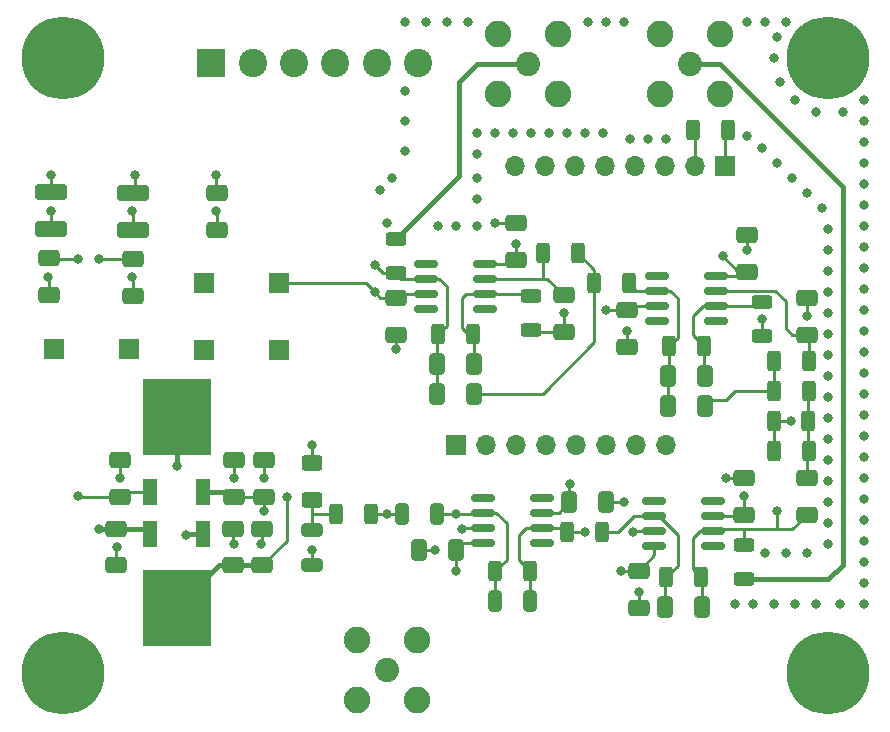
<source format=gbr>
%TF.GenerationSoftware,KiCad,Pcbnew,(6.0.1)*%
%TF.CreationDate,2022-07-28T11:00:42-05:00*%
%TF.ProjectId,proton_detector_amplifier,70726f74-6f6e-45f6-9465-746563746f72,rev?*%
%TF.SameCoordinates,Original*%
%TF.FileFunction,Copper,L1,Top*%
%TF.FilePolarity,Positive*%
%FSLAX46Y46*%
G04 Gerber Fmt 4.6, Leading zero omitted, Abs format (unit mm)*
G04 Created by KiCad (PCBNEW (6.0.1)) date 2022-07-28 11:00:42*
%MOMM*%
%LPD*%
G01*
G04 APERTURE LIST*
G04 Aperture macros list*
%AMRoundRect*
0 Rectangle with rounded corners*
0 $1 Rounding radius*
0 $2 $3 $4 $5 $6 $7 $8 $9 X,Y pos of 4 corners*
0 Add a 4 corners polygon primitive as box body*
4,1,4,$2,$3,$4,$5,$6,$7,$8,$9,$2,$3,0*
0 Add four circle primitives for the rounded corners*
1,1,$1+$1,$2,$3*
1,1,$1+$1,$4,$5*
1,1,$1+$1,$6,$7*
1,1,$1+$1,$8,$9*
0 Add four rect primitives between the rounded corners*
20,1,$1+$1,$2,$3,$4,$5,0*
20,1,$1+$1,$4,$5,$6,$7,0*
20,1,$1+$1,$6,$7,$8,$9,0*
20,1,$1+$1,$8,$9,$2,$3,0*%
G04 Aperture macros list end*
%TA.AperFunction,SMDPad,CuDef*%
%ADD10RoundRect,0.250000X-0.412500X-0.650000X0.412500X-0.650000X0.412500X0.650000X-0.412500X0.650000X0*%
%TD*%
%TA.AperFunction,SMDPad,CuDef*%
%ADD11RoundRect,0.250000X-0.312500X-0.625000X0.312500X-0.625000X0.312500X0.625000X-0.312500X0.625000X0*%
%TD*%
%TA.AperFunction,SMDPad,CuDef*%
%ADD12RoundRect,0.250000X-0.650000X0.412500X-0.650000X-0.412500X0.650000X-0.412500X0.650000X0.412500X0*%
%TD*%
%TA.AperFunction,SMDPad,CuDef*%
%ADD13RoundRect,0.150000X-0.825000X-0.150000X0.825000X-0.150000X0.825000X0.150000X-0.825000X0.150000X0*%
%TD*%
%TA.AperFunction,SMDPad,CuDef*%
%ADD14RoundRect,0.250000X0.625000X-0.312500X0.625000X0.312500X-0.625000X0.312500X-0.625000X-0.312500X0*%
%TD*%
%TA.AperFunction,SMDPad,CuDef*%
%ADD15R,1.200000X2.200000*%
%TD*%
%TA.AperFunction,SMDPad,CuDef*%
%ADD16R,5.800000X6.400000*%
%TD*%
%TA.AperFunction,SMDPad,CuDef*%
%ADD17RoundRect,0.250000X0.312500X0.625000X-0.312500X0.625000X-0.312500X-0.625000X0.312500X-0.625000X0*%
%TD*%
%TA.AperFunction,SMDPad,CuDef*%
%ADD18RoundRect,0.250000X0.650000X-0.412500X0.650000X0.412500X-0.650000X0.412500X-0.650000X-0.412500X0*%
%TD*%
%TA.AperFunction,ComponentPad*%
%ADD19C,0.800000*%
%TD*%
%TA.AperFunction,ComponentPad*%
%ADD20C,7.000000*%
%TD*%
%TA.AperFunction,ComponentPad*%
%ADD21R,1.700000X1.700000*%
%TD*%
%TA.AperFunction,ComponentPad*%
%ADD22C,2.050000*%
%TD*%
%TA.AperFunction,ComponentPad*%
%ADD23C,2.250000*%
%TD*%
%TA.AperFunction,SMDPad,CuDef*%
%ADD24RoundRect,0.150000X0.825000X0.150000X-0.825000X0.150000X-0.825000X-0.150000X0.825000X-0.150000X0*%
%TD*%
%TA.AperFunction,SMDPad,CuDef*%
%ADD25RoundRect,0.250000X-0.325000X-0.650000X0.325000X-0.650000X0.325000X0.650000X-0.325000X0.650000X0*%
%TD*%
%TA.AperFunction,SMDPad,CuDef*%
%ADD26RoundRect,0.250000X0.625000X-0.400000X0.625000X0.400000X-0.625000X0.400000X-0.625000X-0.400000X0*%
%TD*%
%TA.AperFunction,SMDPad,CuDef*%
%ADD27RoundRect,0.250000X-1.100000X0.412500X-1.100000X-0.412500X1.100000X-0.412500X1.100000X0.412500X0*%
%TD*%
%TA.AperFunction,ComponentPad*%
%ADD28R,2.400000X2.400000*%
%TD*%
%TA.AperFunction,ComponentPad*%
%ADD29C,2.400000*%
%TD*%
%TA.AperFunction,ComponentPad*%
%ADD30O,1.700000X1.700000*%
%TD*%
%TA.AperFunction,SMDPad,CuDef*%
%ADD31RoundRect,0.250000X0.412500X0.650000X-0.412500X0.650000X-0.412500X-0.650000X0.412500X-0.650000X0*%
%TD*%
%TA.AperFunction,SMDPad,CuDef*%
%ADD32RoundRect,0.250000X0.650000X-0.325000X0.650000X0.325000X-0.650000X0.325000X-0.650000X-0.325000X0*%
%TD*%
%TA.AperFunction,SMDPad,CuDef*%
%ADD33RoundRect,0.250000X-0.625000X0.312500X-0.625000X-0.312500X0.625000X-0.312500X0.625000X0.312500X0*%
%TD*%
%TA.AperFunction,ViaPad*%
%ADD34C,0.800000*%
%TD*%
%TA.AperFunction,Conductor*%
%ADD35C,0.250000*%
%TD*%
%TA.AperFunction,Conductor*%
%ADD36C,0.410000*%
%TD*%
G04 APERTURE END LIST*
D10*
%TO.P,C26,1*%
%TO.N,Net-(C26-Pad1)*%
X62953500Y-66548000D03*
%TO.P,C26,2*%
%TO.N,Net-(C26-Pad2)*%
X66078500Y-66548000D03*
%TD*%
D11*
%TO.P,R6,1*%
%TO.N,Net-(C21-Pad2)*%
X91501500Y-63754000D03*
%TO.P,R6,2*%
%TO.N,Net-(C18-Pad2)*%
X94426500Y-63754000D03*
%TD*%
D10*
%TO.P,C21,1*%
%TO.N,Net-(C21-Pad1)*%
X82511500Y-67564000D03*
%TO.P,C21,2*%
%TO.N,Net-(C21-Pad2)*%
X85636500Y-67564000D03*
%TD*%
D12*
%TO.P,C20,1*%
%TO.N,Earth*%
X89154000Y-53047500D03*
%TO.P,C20,2*%
%TO.N,-5VA*%
X89154000Y-56172500D03*
%TD*%
D13*
%TO.P,IC2,1,NC_1*%
%TO.N,unconnected-(IC2-Pad1)*%
X66867000Y-75311000D03*
%TO.P,IC2,2,VIN-*%
%TO.N,Net-(C14-Pad2)*%
X66867000Y-76581000D03*
%TO.P,IC2,3,VIN+*%
%TO.N,Earth*%
X66867000Y-77851000D03*
%TO.P,IC2,4,-VS*%
%TO.N,-5VA*%
X66867000Y-79121000D03*
%TO.P,IC2,5,NC_2*%
%TO.N,unconnected-(IC2-Pad5)*%
X71817000Y-79121000D03*
%TO.P,IC2,6,VOUT*%
%TO.N,Net-(C17-Pad2)*%
X71817000Y-77851000D03*
%TO.P,IC2,7,+VS*%
%TO.N,+5VA*%
X71817000Y-76581000D03*
%TO.P,IC2,8,NC_3*%
%TO.N,unconnected-(IC2-Pad8)*%
X71817000Y-75311000D03*
%TD*%
D14*
%TO.P,R16,1*%
%TO.N,Earth*%
X70866000Y-61152500D03*
%TO.P,R16,2*%
%TO.N,Net-(C30-Pad2)*%
X70866000Y-58227500D03*
%TD*%
D15*
%TO.P,U1,1,GND*%
%TO.N,Earth*%
X43174000Y-78350000D03*
D16*
%TO.P,U1,2,VI*%
%TO.N,-5VA*%
X40894000Y-84650000D03*
D15*
%TO.P,U1,3,VO*%
%TO.N,-5V*%
X38614000Y-78350000D03*
%TD*%
D17*
%TO.P,R13,1*%
%TO.N,Net-(C26-Pad2)*%
X74868500Y-54610000D03*
%TO.P,R13,2*%
%TO.N,Net-(C23-Pad2)*%
X71943500Y-54610000D03*
%TD*%
D18*
%TO.P,C10,1*%
%TO.N,-5VA*%
X48129000Y-81049500D03*
%TO.P,C10,2*%
%TO.N,Earth*%
X48129000Y-77924500D03*
%TD*%
D14*
%TO.P,R15,1*%
%TO.N,Net-(C26-Pad1)*%
X59436000Y-56326500D03*
%TO.P,R15,2*%
%TO.N,Net-(J6-Pad1)*%
X59436000Y-53401500D03*
%TD*%
D19*
%TO.P,H2,1*%
%TO.N,N/C*%
X33867000Y-38100000D03*
X31242000Y-35475000D03*
D20*
X31242000Y-38100000D03*
D19*
X29385845Y-36243845D03*
X33098155Y-36243845D03*
X33098155Y-39956155D03*
X29385845Y-39956155D03*
X31242000Y-40725000D03*
X28617000Y-38100000D03*
%TD*%
D17*
%TO.P,R4,1*%
%TO.N,Net-(C13-Pad1)*%
X94426500Y-66294000D03*
%TO.P,R4,2*%
%TO.N,Net-(C21-Pad2)*%
X91501500Y-66294000D03*
%TD*%
D14*
%TO.P,R9,1*%
%TO.N,Earth*%
X90424000Y-61660500D03*
%TO.P,R9,2*%
%TO.N,Net-(C28-Pad2)*%
X90424000Y-58735500D03*
%TD*%
D21*
%TO.P,+9V,1,1*%
%TO.N,+5V*%
X30480000Y-62738000D03*
%TD*%
D22*
%TO.P,J2,1,In*%
%TO.N,Net-(C14-Pad1)*%
X58674000Y-89916000D03*
D23*
%TO.P,J2,2,Ext*%
%TO.N,Earth*%
X61214000Y-87376000D03*
X56134000Y-87376000D03*
X61214000Y-92456000D03*
X56134000Y-92456000D03*
%TD*%
D21*
%TO.P,-60V,1,1*%
%TO.N,-VDC*%
X43180000Y-62786000D03*
%TD*%
D12*
%TO.P,C27,1*%
%TO.N,Earth*%
X69596000Y-52031500D03*
%TO.P,C27,2*%
%TO.N,-5VA*%
X69596000Y-55156500D03*
%TD*%
D13*
%TO.P,IC4,1,NC_1*%
%TO.N,unconnected-(IC4-Pad1)*%
X81345000Y-75565000D03*
%TO.P,IC4,2,VIN-*%
%TO.N,Net-(C29-Pad2)*%
X81345000Y-76835000D03*
%TO.P,IC4,3,VIN+*%
%TO.N,Earth*%
X81345000Y-78105000D03*
%TO.P,IC4,4,-VS*%
%TO.N,-5VA*%
X81345000Y-79375000D03*
%TO.P,IC4,5,NC_2*%
%TO.N,unconnected-(IC4-Pad5)*%
X86295000Y-79375000D03*
%TO.P,IC4,6,VOUT*%
%TO.N,Net-(C13-Pad2)*%
X86295000Y-78105000D03*
%TO.P,IC4,7,+VS*%
%TO.N,+5VA*%
X86295000Y-76835000D03*
%TO.P,IC4,8,NC_3*%
%TO.N,unconnected-(IC4-Pad8)*%
X86295000Y-75565000D03*
%TD*%
D17*
%TO.P,R7,1*%
%TO.N,Net-(C13-Pad2)*%
X87568500Y-44196000D03*
%TO.P,R7,2*%
%TO.N,Net-(J4-Pad2)*%
X84643500Y-44196000D03*
%TD*%
D21*
%TO.P,-5VA,1,1*%
%TO.N,-5VA*%
X43180000Y-57150000D03*
%TD*%
D19*
%TO.P,H4,1*%
%TO.N,N/C*%
X93387000Y-90170000D03*
X97868155Y-92026155D03*
X96012000Y-87545000D03*
X94155845Y-88313845D03*
D20*
X96012000Y-90170000D03*
D19*
X98637000Y-90170000D03*
X94155845Y-92026155D03*
X96012000Y-92795000D03*
X97868155Y-88313845D03*
%TD*%
D11*
%TO.P,R-P/Z1,1*%
%TO.N,Earth*%
X91501500Y-71374000D03*
%TO.P,R-P/Z1,2*%
%TO.N,Net-(C13-Pad1)*%
X94426500Y-71374000D03*
%TD*%
D15*
%TO.P,U2,1,VI*%
%TO.N,+5V*%
X38615000Y-74812000D03*
D16*
%TO.P,U2,2,GND*%
%TO.N,Earth*%
X40895000Y-68512000D03*
D15*
%TO.P,U2,3,VO*%
%TO.N,+5VA*%
X43175000Y-74812000D03*
%TD*%
D12*
%TO.P,C18,1*%
%TO.N,Earth*%
X94234000Y-58381500D03*
%TO.P,C18,2*%
%TO.N,Net-(C18-Pad2)*%
X94234000Y-61506500D03*
%TD*%
D21*
%TO.P,-9V,1,1*%
%TO.N,-5V*%
X36830000Y-62738000D03*
%TD*%
D18*
%TO.P,C11,1*%
%TO.N,+5VA*%
X48260000Y-75270500D03*
%TO.P,C11,2*%
%TO.N,Earth*%
X48260000Y-72145500D03*
%TD*%
D11*
%TO.P,R8,1*%
%TO.N,Net-(C17-Pad2)*%
X73975500Y-78232000D03*
%TO.P,R8,2*%
%TO.N,Net-(C29-Pad2)*%
X76900500Y-78232000D03*
%TD*%
D24*
%TO.P,IC3,1,NC_1*%
%TO.N,unconnected-(IC3-Pad1)*%
X86549000Y-60325000D03*
%TO.P,IC3,2,VIN-*%
%TO.N,Net-(C28-Pad2)*%
X86549000Y-59055000D03*
%TO.P,IC3,3,VIN+*%
%TO.N,Net-(C18-Pad2)*%
X86549000Y-57785000D03*
%TO.P,IC3,4,-VS*%
%TO.N,-5VA*%
X86549000Y-56515000D03*
%TO.P,IC3,5,NC_2*%
%TO.N,unconnected-(IC3-Pad5)*%
X81599000Y-56515000D03*
%TO.P,IC3,6,VOUT*%
%TO.N,Net-(C21-Pad1)*%
X81599000Y-57785000D03*
%TO.P,IC3,7,+VS*%
%TO.N,+5VA*%
X81599000Y-59055000D03*
%TO.P,IC3,8,NC_3*%
%TO.N,unconnected-(IC3-Pad8)*%
X81599000Y-60325000D03*
%TD*%
D12*
%TO.P,C3,1*%
%TO.N,+5V*%
X30086000Y-55041000D03*
%TO.P,C3,2*%
%TO.N,Earth*%
X30086000Y-58166000D03*
%TD*%
D10*
%TO.P,C28,1*%
%TO.N,Net-(C21-Pad1)*%
X82511500Y-65024000D03*
%TO.P,C28,2*%
%TO.N,Net-(C28-Pad2)*%
X85636500Y-65024000D03*
%TD*%
D21*
%TO.P,GND,1,1*%
%TO.N,Earth*%
X49530000Y-62786000D03*
%TD*%
D18*
%TO.P,C16,1*%
%TO.N,Earth*%
X78994000Y-62522500D03*
%TO.P,C16,2*%
%TO.N,+5VA*%
X78994000Y-59397500D03*
%TD*%
D11*
%TO.P,R3,1*%
%TO.N,Earth*%
X91440000Y-68834000D03*
%TO.P,R3,2*%
%TO.N,Net-(C13-Pad1)*%
X94365000Y-68834000D03*
%TD*%
D18*
%TO.P,C7,1*%
%TO.N,+5V*%
X36068000Y-75270500D03*
%TO.P,C7,2*%
%TO.N,Earth*%
X36068000Y-72145500D03*
%TD*%
D25*
%TO.P,C14,1*%
%TO.N,Net-(C14-Pad1)*%
X59993000Y-76716000D03*
%TO.P,C14,2*%
%TO.N,Net-(C14-Pad2)*%
X62943000Y-76716000D03*
%TD*%
D18*
%TO.P,C9,1*%
%TO.N,+5VA*%
X45720000Y-75270500D03*
%TO.P,C9,2*%
%TO.N,Earth*%
X45720000Y-72145500D03*
%TD*%
D22*
%TO.P,J6,1,In*%
%TO.N,Net-(J6-Pad1)*%
X70612000Y-38608000D03*
D23*
%TO.P,J6,2,Ext*%
%TO.N,Earth*%
X73152000Y-41148000D03*
X73152000Y-36068000D03*
X68072000Y-41148000D03*
X68072000Y-36068000D03*
%TD*%
D26*
%TO.P,R1,1*%
%TO.N,Net-(C12-Pad2)*%
X52324000Y-75464000D03*
%TO.P,R1,2*%
%TO.N,-VDC*%
X52324000Y-72364000D03*
%TD*%
D27*
%TO.P,C1,1*%
%TO.N,+5V*%
X30226000Y-49453000D03*
%TO.P,C1,2*%
%TO.N,Earth*%
X30226000Y-52578000D03*
%TD*%
D22*
%TO.P,J5,1,In*%
%TO.N,Net-(J5-Pad1)*%
X84328000Y-38608000D03*
D23*
%TO.P,J5,2,Ext*%
%TO.N,Earth*%
X81788000Y-41148000D03*
X86868000Y-41148000D03*
X86868000Y-36068000D03*
X81788000Y-36068000D03*
%TD*%
D11*
%TO.P,R11,1*%
%TO.N,Net-(C29-Pad2)*%
X82357500Y-82042000D03*
%TO.P,R11,2*%
%TO.N,Net-(C13-Pad2)*%
X85282500Y-82042000D03*
%TD*%
D19*
%TO.P,H3,1*%
%TO.N,N/C*%
X33098155Y-92026155D03*
X31242000Y-87545000D03*
X28617000Y-90170000D03*
D20*
X31242000Y-90170000D03*
D19*
X33098155Y-88313845D03*
X29385845Y-88313845D03*
X31242000Y-92795000D03*
X29385845Y-92026155D03*
X33867000Y-90170000D03*
%TD*%
D10*
%TO.P,C30,1*%
%TO.N,Net-(C26-Pad1)*%
X62953500Y-64008000D03*
%TO.P,C30,2*%
%TO.N,Net-(C30-Pad2)*%
X66078500Y-64008000D03*
%TD*%
D18*
%TO.P,C25,1*%
%TO.N,Earth*%
X59436000Y-61506500D03*
%TO.P,C25,2*%
%TO.N,+5VA*%
X59436000Y-58381500D03*
%TD*%
D28*
%TO.P,J1,1,Pin_1*%
%TO.N,+5V*%
X43828000Y-38508000D03*
D29*
%TO.P,J1,2,Pin_2*%
%TO.N,Earth*%
X47328000Y-38508000D03*
%TO.P,J1,3,Pin_3*%
%TO.N,-5V*%
X50828000Y-38508000D03*
%TO.P,J1,4,Pin_4*%
%TO.N,Earth*%
X54328000Y-38508000D03*
%TO.P,J1,5,Pin_5*%
%TO.N,-VDC*%
X57828000Y-38508000D03*
%TO.P,J1,6,Pin_6*%
%TO.N,Earth*%
X61328000Y-38508000D03*
%TD*%
D21*
%TO.P,J3,1,Pin_1*%
%TO.N,Net-(C14-Pad2)*%
X64531000Y-70866000D03*
D30*
%TO.P,J3,2,Pin_2*%
%TO.N,Earth*%
X67071000Y-70866000D03*
%TO.P,J3,3,Pin_3*%
%TO.N,unconnected-(J3-Pad3)*%
X69611000Y-70866000D03*
%TO.P,J3,4,Pin_4*%
%TO.N,Earth*%
X72151000Y-70866000D03*
%TO.P,J3,5,Pin_5*%
%TO.N,-5VA*%
X74691000Y-70866000D03*
%TO.P,J3,6,Pin_6*%
%TO.N,+5VA*%
X77231000Y-70866000D03*
%TO.P,J3,7,Pin_7*%
%TO.N,Earth*%
X79771000Y-70866000D03*
%TO.P,J3,8,Pin_8*%
%TO.N,Net-(C17-Pad2)*%
X82311000Y-70866000D03*
%TD*%
D31*
%TO.P,C15,1*%
%TO.N,Earth*%
X77254500Y-75692000D03*
%TO.P,C15,2*%
%TO.N,+5VA*%
X74129500Y-75692000D03*
%TD*%
D18*
%TO.P,C8,1*%
%TO.N,-5VA*%
X45715000Y-81049500D03*
%TO.P,C8,2*%
%TO.N,Earth*%
X45715000Y-77924500D03*
%TD*%
D12*
%TO.P,C13,1*%
%TO.N,Net-(C13-Pad1)*%
X94234000Y-73621500D03*
%TO.P,C13,2*%
%TO.N,Net-(C13-Pad2)*%
X94234000Y-76746500D03*
%TD*%
D25*
%TO.P,C17,1*%
%TO.N,Net-(C14-Pad2)*%
X67867000Y-84074000D03*
%TO.P,C17,2*%
%TO.N,Net-(C17-Pad2)*%
X70817000Y-84074000D03*
%TD*%
D11*
%TO.P,R2,1*%
%TO.N,Net-(C12-Pad2)*%
X54417500Y-76708000D03*
%TO.P,R2,2*%
%TO.N,Net-(C14-Pad1)*%
X57342500Y-76708000D03*
%TD*%
D12*
%TO.P,C22,1*%
%TO.N,Earth*%
X88900000Y-73621500D03*
%TO.P,C22,2*%
%TO.N,+5VA*%
X88900000Y-76746500D03*
%TD*%
D32*
%TO.P,C12,1*%
%TO.N,Earth*%
X52324000Y-80977000D03*
%TO.P,C12,2*%
%TO.N,Net-(C12-Pad2)*%
X52324000Y-78027000D03*
%TD*%
D17*
%TO.P,R12,1*%
%TO.N,Net-(C21-Pad1)*%
X79186500Y-57150000D03*
%TO.P,R12,2*%
%TO.N,Net-(C26-Pad2)*%
X76261500Y-57150000D03*
%TD*%
D31*
%TO.P,C29,1*%
%TO.N,Net-(C13-Pad2)*%
X85382500Y-84582000D03*
%TO.P,C29,2*%
%TO.N,Net-(C29-Pad2)*%
X82257500Y-84582000D03*
%TD*%
D21*
%TO.P,J4,1,Pin_1*%
%TO.N,Net-(C13-Pad2)*%
X87361000Y-47244000D03*
D30*
%TO.P,J4,2,Pin_2*%
%TO.N,Net-(J4-Pad2)*%
X84821000Y-47244000D03*
%TO.P,J4,3,Pin_3*%
%TO.N,Earth*%
X82281000Y-47244000D03*
%TO.P,J4,4,Pin_4*%
%TO.N,-5VA*%
X79741000Y-47244000D03*
%TO.P,J4,5,Pin_5*%
%TO.N,+5VA*%
X77201000Y-47244000D03*
%TO.P,J4,6,Pin_6*%
%TO.N,Earth*%
X74661000Y-47244000D03*
%TO.P,J4,7,Pin_7*%
X72121000Y-47244000D03*
%TO.P,J4,8,Pin_8*%
%TO.N,Net-(C26-Pad1)*%
X69581000Y-47244000D03*
%TD*%
D10*
%TO.P,C19,1*%
%TO.N,Earth*%
X61429500Y-79756000D03*
%TO.P,C19,2*%
%TO.N,-5VA*%
X64554500Y-79756000D03*
%TD*%
D24*
%TO.P,IC5,1,NC_1*%
%TO.N,unconnected-(IC5-Pad1)*%
X66991000Y-59309000D03*
%TO.P,IC5,2,VIN-*%
%TO.N,Net-(C30-Pad2)*%
X66991000Y-58039000D03*
%TO.P,IC5,3,VIN+*%
%TO.N,Net-(C23-Pad2)*%
X66991000Y-56769000D03*
%TO.P,IC5,4,-VS*%
%TO.N,-5VA*%
X66991000Y-55499000D03*
%TO.P,IC5,5,NC_2*%
%TO.N,unconnected-(IC5-Pad5)*%
X62041000Y-55499000D03*
%TO.P,IC5,6,VOUT*%
%TO.N,Net-(C26-Pad1)*%
X62041000Y-56769000D03*
%TO.P,IC5,7,+VS*%
%TO.N,+5VA*%
X62041000Y-58039000D03*
%TO.P,IC5,8,NC_3*%
%TO.N,unconnected-(IC5-Pad8)*%
X62041000Y-59309000D03*
%TD*%
D20*
%TO.P,H1,1*%
%TO.N,N/C*%
X96012000Y-38100000D03*
D19*
X94155845Y-36243845D03*
X93387000Y-38100000D03*
X94155845Y-39956155D03*
X96012000Y-35475000D03*
X96012000Y-40725000D03*
X97868155Y-39956155D03*
X98637000Y-38100000D03*
X97868155Y-36243845D03*
%TD*%
D12*
%TO.P,C6,1*%
%TO.N,-5V*%
X35809000Y-77924500D03*
%TO.P,C6,2*%
%TO.N,Earth*%
X35809000Y-81049500D03*
%TD*%
D21*
%TO.P,+5VA,1,1*%
%TO.N,+5VA*%
X49530000Y-57150000D03*
%TD*%
D27*
%TO.P,C4,1*%
%TO.N,-5V*%
X37196000Y-49522000D03*
%TO.P,C4,2*%
%TO.N,Earth*%
X37196000Y-52647000D03*
%TD*%
D17*
%TO.P,R10,1*%
%TO.N,Net-(C28-Pad2)*%
X85536500Y-62484000D03*
%TO.P,R10,2*%
%TO.N,Net-(C21-Pad1)*%
X82611500Y-62484000D03*
%TD*%
D18*
%TO.P,C24,1*%
%TO.N,Earth*%
X80010000Y-84620500D03*
%TO.P,C24,2*%
%TO.N,-5VA*%
X80010000Y-81495500D03*
%TD*%
D12*
%TO.P,C5,1*%
%TO.N,-5V*%
X37183000Y-55071500D03*
%TO.P,C5,2*%
%TO.N,Earth*%
X37183000Y-58196500D03*
%TD*%
D33*
%TO.P,R14,1*%
%TO.N,Net-(C13-Pad2)*%
X88900000Y-79309500D03*
%TO.P,R14,2*%
%TO.N,Net-(J5-Pad1)*%
X88900000Y-82234500D03*
%TD*%
D17*
%TO.P,R17,1*%
%TO.N,Net-(C30-Pad2)*%
X65978500Y-61468000D03*
%TO.P,R17,2*%
%TO.N,Net-(C26-Pad1)*%
X63053500Y-61468000D03*
%TD*%
D12*
%TO.P,C2,1*%
%TO.N,-VDC*%
X44308000Y-49483500D03*
%TO.P,C2,2*%
%TO.N,Earth*%
X44308000Y-52608500D03*
%TD*%
D18*
%TO.P,C23,1*%
%TO.N,Earth*%
X73660000Y-61252500D03*
%TO.P,C23,2*%
%TO.N,Net-(C23-Pad2)*%
X73660000Y-58127500D03*
%TD*%
D11*
%TO.P,R5,1*%
%TO.N,Net-(C14-Pad2)*%
X67879500Y-81534000D03*
%TO.P,R5,2*%
%TO.N,Net-(C17-Pad2)*%
X70804500Y-81534000D03*
%TD*%
D34*
%TO.N,+5V*%
X30226000Y-48006000D03*
X32512000Y-55118000D03*
X32512000Y-75184000D03*
%TO.N,-5V*%
X34290000Y-55118000D03*
X34290000Y-77978000D03*
X37338000Y-48006000D03*
%TO.N,-VDC*%
X52324000Y-70866000D03*
X44196000Y-48006000D03*
%TO.N,Earth*%
X97282000Y-42672000D03*
X99060000Y-41656000D03*
X52324000Y-79756000D03*
X99060000Y-64770000D03*
X99060000Y-78994000D03*
X91440000Y-38100000D03*
X60198000Y-35052000D03*
X72390000Y-44450000D03*
X99060000Y-55880000D03*
X96012000Y-70358000D03*
X99060000Y-82550000D03*
X91948000Y-40132000D03*
X94234000Y-59944000D03*
X91440000Y-84328000D03*
X36068000Y-73660000D03*
X87376000Y-73660000D03*
X96012000Y-68580000D03*
X91694000Y-36322000D03*
X92964000Y-48260000D03*
X96012000Y-61468000D03*
X99060000Y-59436000D03*
X90678000Y-35052000D03*
X89154000Y-35052000D03*
X93218000Y-41656000D03*
X62992000Y-52324000D03*
X60198000Y-40894000D03*
X99060000Y-46990000D03*
X96012000Y-79248000D03*
X96012000Y-72136000D03*
X99060000Y-84328000D03*
X93218000Y-84328000D03*
X91694000Y-46990000D03*
X99060000Y-52324000D03*
X70866000Y-44450000D03*
X29972000Y-56642000D03*
X75438000Y-44450000D03*
X99060000Y-54102000D03*
X45720000Y-79248000D03*
X63754000Y-35052000D03*
X78740000Y-35052000D03*
X96012000Y-57912000D03*
X97028000Y-84328000D03*
X66294000Y-52324000D03*
X48006000Y-79248000D03*
X67818000Y-52070000D03*
X40894000Y-72644000D03*
X35814000Y-79502000D03*
X59177701Y-48255701D03*
X48260000Y-73660000D03*
X66294000Y-44450000D03*
X88138000Y-84328000D03*
X77216000Y-35052000D03*
X89662000Y-84328000D03*
X99060000Y-73660000D03*
X90678000Y-80010000D03*
X99060000Y-77216000D03*
X99060000Y-66548000D03*
X64516000Y-52324000D03*
X90424000Y-45720000D03*
X94996000Y-84328000D03*
X80010000Y-83312000D03*
X82296000Y-44958000D03*
X92902500Y-68834000D03*
X67818000Y-44450000D03*
X99060000Y-61214000D03*
X66294000Y-46228000D03*
X96012000Y-59690000D03*
X37084000Y-51054000D03*
X59436000Y-62738000D03*
X99060000Y-45212000D03*
X96012000Y-73914000D03*
X79502000Y-78232000D03*
X99060000Y-68326000D03*
X89154000Y-54356000D03*
X58161701Y-49271701D03*
X58674000Y-52070000D03*
X99060000Y-57658000D03*
X90424000Y-60198000D03*
X78994000Y-61214000D03*
X96012000Y-65024000D03*
X69342000Y-44450000D03*
X30226000Y-51054000D03*
X99060000Y-50546000D03*
X96012000Y-77470000D03*
X95504000Y-50800000D03*
X75692000Y-35052000D03*
X99060000Y-80772000D03*
X80772000Y-44958000D03*
X65024000Y-77978000D03*
X92456000Y-80010000D03*
X99060000Y-62992000D03*
X79248000Y-44958000D03*
X94996000Y-42672000D03*
X66294000Y-50038000D03*
X99060000Y-48768000D03*
X96012000Y-52578000D03*
X92456000Y-35052000D03*
X78740000Y-75692000D03*
X99060000Y-71882000D03*
X73660000Y-59690000D03*
X94234000Y-80010000D03*
X99060000Y-43434000D03*
X99060000Y-75438000D03*
X89154000Y-44704000D03*
X96012000Y-66802000D03*
X96012000Y-63246000D03*
X96012000Y-75692000D03*
X44196000Y-51054000D03*
X96012000Y-54356000D03*
X99060000Y-70104000D03*
X45720000Y-73660000D03*
X94234000Y-49530000D03*
X61976000Y-35052000D03*
X37084000Y-56642000D03*
X66294000Y-48260000D03*
X60198000Y-45974000D03*
X60198000Y-43434000D03*
X65532000Y-35052000D03*
X76962000Y-44450000D03*
X62738000Y-79756000D03*
X96012000Y-56134000D03*
X41656000Y-78486000D03*
X73914000Y-44450000D03*
%TO.N,+5VA*%
X88900000Y-75184000D03*
X48260000Y-76454000D03*
X77216000Y-59436000D03*
X57658000Y-57912000D03*
X74168000Y-74168000D03*
%TO.N,-5VA*%
X78486000Y-81534000D03*
X64554500Y-81495500D03*
X69596000Y-53848000D03*
X50205500Y-75270500D03*
X87122000Y-54864000D03*
%TO.N,Net-(C14-Pad1)*%
X58674000Y-76708000D03*
%TO.N,Net-(C14-Pad2)*%
X64524000Y-76716000D03*
%TO.N,Net-(C17-Pad2)*%
X75438000Y-78232000D03*
%TO.N,Net-(C13-Pad2)*%
X91694000Y-76454000D03*
%TO.N,Net-(C26-Pad1)*%
X57658000Y-55626000D03*
%TD*%
D35*
%TO.N,+5V*%
X32598500Y-75270500D02*
X32512000Y-75184000D01*
X36526500Y-74812000D02*
X38615000Y-74812000D01*
X30163000Y-55118000D02*
X30086000Y-55041000D01*
X32512000Y-55118000D02*
X30163000Y-55118000D01*
X36068000Y-75270500D02*
X36526500Y-74812000D01*
X30226000Y-49453000D02*
X30226000Y-48006000D01*
X36068000Y-75270500D02*
X32598500Y-75270500D01*
D36*
%TO.N,-5V*%
X38188500Y-77924500D02*
X38614000Y-78350000D01*
X34343500Y-77924500D02*
X34290000Y-77978000D01*
D35*
X37338000Y-48006000D02*
X37338000Y-49380000D01*
D36*
X35809000Y-77924500D02*
X34343500Y-77924500D01*
X35809000Y-77924500D02*
X38188500Y-77924500D01*
D35*
X37338000Y-49380000D02*
X37196000Y-49522000D01*
X34336500Y-55071500D02*
X37183000Y-55071500D01*
X34290000Y-55118000D02*
X34336500Y-55071500D01*
%TO.N,-VDC*%
X52324000Y-72364000D02*
X52324000Y-70866000D01*
X44196000Y-49371500D02*
X44196000Y-48006000D01*
%TO.N,Earth*%
X90424000Y-61660500D02*
X90424000Y-60198000D01*
X30226000Y-52578000D02*
X30226000Y-51308000D01*
X30226000Y-51308000D02*
X30226000Y-51054000D01*
X65151000Y-77851000D02*
X65024000Y-77978000D01*
X73660000Y-61252500D02*
X70966000Y-61252500D01*
X35809000Y-79507000D02*
X35814000Y-79502000D01*
X37183000Y-58196500D02*
X37183000Y-56741000D01*
X48129000Y-79125000D02*
X48006000Y-79248000D01*
X30086000Y-56756000D02*
X29972000Y-56642000D01*
X61429500Y-79756000D02*
X62738000Y-79756000D01*
X44308000Y-52608500D02*
X44308000Y-51166000D01*
X45715000Y-79243000D02*
X45720000Y-79248000D01*
X48129000Y-77924500D02*
X48129000Y-79125000D01*
X80010000Y-84620500D02*
X80010000Y-83312000D01*
X45720000Y-72145500D02*
X45720000Y-73660000D01*
X88900000Y-73621500D02*
X87414500Y-73621500D01*
D36*
X40895000Y-72643000D02*
X40894000Y-72644000D01*
D35*
X59436000Y-61506500D02*
X59436000Y-62738000D01*
X45715000Y-77924500D02*
X45715000Y-79243000D01*
X91440000Y-71374000D02*
X91440000Y-68834000D01*
X94234000Y-58381500D02*
X94234000Y-59944000D01*
X44308000Y-51166000D02*
X44196000Y-51054000D01*
X73660000Y-59690000D02*
X73660000Y-61252500D01*
X78994000Y-62522500D02*
X78994000Y-61214000D01*
X48260000Y-72145500D02*
X48260000Y-73660000D01*
D36*
X43174000Y-78350000D02*
X41792000Y-78350000D01*
D35*
X87414500Y-73621500D02*
X87376000Y-73660000D01*
X89154000Y-53047500D02*
X89154000Y-54356000D01*
X37183000Y-56741000D02*
X37084000Y-56642000D01*
X36068000Y-72145500D02*
X36068000Y-73660000D01*
D36*
X41792000Y-78350000D02*
X41656000Y-78486000D01*
D35*
X81345000Y-78105000D02*
X79629000Y-78105000D01*
X69596000Y-52031500D02*
X67856500Y-52031500D01*
X35809000Y-81049500D02*
X35809000Y-79507000D01*
X77254500Y-75692000D02*
X78740000Y-75692000D01*
X52324000Y-80977000D02*
X52324000Y-79756000D01*
D36*
X40895000Y-68512000D02*
X40895000Y-72643000D01*
D35*
X66867000Y-77851000D02*
X65151000Y-77851000D01*
X79629000Y-78105000D02*
X79502000Y-78232000D01*
X67856500Y-52031500D02*
X67818000Y-52070000D01*
X92902500Y-68834000D02*
X91440000Y-68834000D01*
X37196000Y-52647000D02*
X37196000Y-51166000D01*
X37196000Y-51166000D02*
X37084000Y-51054000D01*
X30086000Y-58166000D02*
X30086000Y-56756000D01*
X70966000Y-61252500D02*
X70866000Y-61152500D01*
%TO.N,+5VA*%
X81599000Y-59055000D02*
X79336500Y-59055000D01*
X59778500Y-58039000D02*
X59436000Y-58381500D01*
X62041000Y-58039000D02*
X59778500Y-58039000D01*
X88811500Y-76835000D02*
X88900000Y-76746500D01*
X59436000Y-58381500D02*
X58127500Y-58381500D01*
X71817000Y-76581000D02*
X73240500Y-76581000D01*
D36*
X45261500Y-74812000D02*
X45720000Y-75270500D01*
D35*
X78994000Y-59397500D02*
X77254500Y-59397500D01*
X74129500Y-74206500D02*
X74129500Y-75692000D01*
X88900000Y-75184000D02*
X88900000Y-76746500D01*
X48260000Y-75270500D02*
X45720000Y-75270500D01*
X48260000Y-75270500D02*
X48260000Y-76454000D01*
X74168000Y-74168000D02*
X74129500Y-74206500D01*
X45480500Y-75031000D02*
X45720000Y-75270500D01*
X58127500Y-58381500D02*
X57658000Y-57912000D01*
X86295000Y-76835000D02*
X88811500Y-76835000D01*
X57658000Y-57912000D02*
X56896000Y-57150000D01*
D36*
X43175000Y-74812000D02*
X45261500Y-74812000D01*
D35*
X56896000Y-57150000D02*
X49530000Y-57150000D01*
X73240500Y-76581000D02*
X74129500Y-75692000D01*
%TO.N,-5VA*%
X69253500Y-55499000D02*
X69596000Y-55156500D01*
X50205500Y-78973000D02*
X48129000Y-81049500D01*
D36*
X48129000Y-81049500D02*
X45715000Y-81049500D01*
D35*
X66991000Y-55499000D02*
X69253500Y-55499000D01*
X81345000Y-79375000D02*
X81345000Y-80160500D01*
X64554500Y-79756000D02*
X64554500Y-81495500D01*
X80010000Y-81495500D02*
X78524500Y-81495500D01*
X89154000Y-56172500D02*
X88430500Y-56172500D01*
D36*
X45715000Y-81049500D02*
X44494500Y-81049500D01*
D35*
X78524500Y-81495500D02*
X78486000Y-81534000D01*
X65189500Y-79121000D02*
X64554500Y-79756000D01*
X66867000Y-79121000D02*
X65189500Y-79121000D01*
X69596000Y-53848000D02*
X69596000Y-55156500D01*
X88430500Y-56172500D02*
X87122000Y-54864000D01*
D36*
X44494500Y-81049500D02*
X40894000Y-84650000D01*
D35*
X86549000Y-56515000D02*
X88811500Y-56515000D01*
X81345000Y-80160500D02*
X80010000Y-81495500D01*
X50205500Y-75270500D02*
X50205500Y-78973000D01*
%TO.N,Net-(C12-Pad2)*%
X52324000Y-76708000D02*
X54417500Y-76708000D01*
X52324000Y-78027000D02*
X52324000Y-76708000D01*
X52324000Y-75464000D02*
X52324000Y-76708000D01*
%TO.N,Net-(C13-Pad1)*%
X94365000Y-66355500D02*
X94426500Y-66294000D01*
X94234000Y-73621500D02*
X94234000Y-71505000D01*
X94234000Y-71505000D02*
X94365000Y-71374000D01*
X94365000Y-68834000D02*
X94365000Y-66355500D01*
X94365000Y-68834000D02*
X94365000Y-71374000D01*
%TO.N,Net-(C14-Pad1)*%
X59985000Y-76708000D02*
X59993000Y-76716000D01*
X58674000Y-76708000D02*
X59985000Y-76708000D01*
X57342500Y-76708000D02*
X58674000Y-76708000D01*
%TO.N,Net-(C14-Pad2)*%
X67879500Y-84061500D02*
X67867000Y-84074000D01*
X67945000Y-76581000D02*
X66867000Y-76581000D01*
X66867000Y-76581000D02*
X66732000Y-76716000D01*
X66732000Y-76716000D02*
X64524000Y-76716000D01*
X67879500Y-81534000D02*
X67879500Y-84061500D01*
X67879500Y-81534000D02*
X68834000Y-80579500D01*
X68834000Y-80579500D02*
X68834000Y-77470000D01*
X62943000Y-76716000D02*
X64524000Y-76716000D01*
X68834000Y-77470000D02*
X67945000Y-76581000D01*
%TO.N,Net-(C17-Pad2)*%
X70817000Y-81546500D02*
X70804500Y-81534000D01*
X71817000Y-77851000D02*
X73594500Y-77851000D01*
X70817000Y-84074000D02*
X70817000Y-81546500D01*
X73975500Y-78232000D02*
X75438000Y-78232000D01*
X70485000Y-77851000D02*
X71817000Y-77851000D01*
X69850000Y-80579500D02*
X69850000Y-78486000D01*
X69850000Y-78486000D02*
X70485000Y-77851000D01*
X70804500Y-81534000D02*
X69850000Y-80579500D01*
X73594500Y-77851000D02*
X73975500Y-78232000D01*
%TO.N,Net-(C21-Pad2)*%
X88138000Y-66294000D02*
X91501500Y-66294000D01*
X85636500Y-67056000D02*
X87376000Y-67056000D01*
X87376000Y-67056000D02*
X88138000Y-66294000D01*
X91501500Y-66294000D02*
X91501500Y-63754000D01*
%TO.N,Net-(C28-Pad2)*%
X84582000Y-59944000D02*
X85471000Y-59055000D01*
X90104500Y-59055000D02*
X90424000Y-58735500D01*
X85536500Y-62484000D02*
X85536500Y-64670000D01*
X85471000Y-59055000D02*
X86549000Y-59055000D01*
X84582000Y-61529500D02*
X84582000Y-59944000D01*
X85536500Y-62484000D02*
X84582000Y-61529500D01*
X85536500Y-64670000D02*
X85636500Y-64770000D01*
X86549000Y-59055000D02*
X90104500Y-59055000D01*
%TO.N,Net-(J4-Pad2)*%
X84821000Y-44373500D02*
X84821000Y-47244000D01*
X84643500Y-44196000D02*
X84821000Y-44373500D01*
D36*
%TO.N,Net-(J5-Pad1)*%
X97282000Y-49022000D02*
X97282000Y-81026000D01*
X84328000Y-38608000D02*
X86868000Y-38608000D01*
X97282000Y-81026000D02*
X96073500Y-82234500D01*
X96073500Y-82234500D02*
X88900000Y-82234500D01*
X86868000Y-38608000D02*
X97282000Y-49022000D01*
%TO.N,Net-(J6-Pad1)*%
X59436000Y-53401500D02*
X64770000Y-48067500D01*
X64770000Y-48067500D02*
X64770000Y-40132000D01*
X64770000Y-40132000D02*
X66294000Y-38608000D01*
X66294000Y-38608000D02*
X70612000Y-38608000D01*
D35*
%TO.N,Net-(C13-Pad2)*%
X88900000Y-79309500D02*
X88900000Y-77978000D01*
X88900000Y-77978000D02*
X91694000Y-77978000D01*
X85282500Y-82042000D02*
X84582000Y-81341500D01*
X84582000Y-81341500D02*
X84582000Y-78740000D01*
X91694000Y-77978000D02*
X93002500Y-77978000D01*
X84582000Y-78740000D02*
X85217000Y-78105000D01*
X87568500Y-44196000D02*
X87361000Y-44403500D01*
X91694000Y-77978000D02*
X91694000Y-76454000D01*
X93002500Y-77978000D02*
X94234000Y-76746500D01*
X86422000Y-77978000D02*
X88900000Y-77978000D01*
X85217000Y-78105000D02*
X86295000Y-78105000D01*
X87361000Y-44403500D02*
X87361000Y-47244000D01*
X85382500Y-84582000D02*
X85382500Y-82142000D01*
X85382500Y-82142000D02*
X85282500Y-82042000D01*
%TO.N,Net-(C18-Pad2)*%
X91567000Y-57785000D02*
X92456000Y-58674000D01*
X94426500Y-63754000D02*
X94426500Y-61699000D01*
X92456000Y-60960000D02*
X93002500Y-61506500D01*
X92456000Y-58674000D02*
X92456000Y-60960000D01*
X94426500Y-61699000D02*
X94234000Y-61506500D01*
X86549000Y-57785000D02*
X91567000Y-57785000D01*
X93002500Y-61506500D02*
X94234000Y-61506500D01*
%TO.N,Net-(C21-Pad1)*%
X81599000Y-57785000D02*
X79821500Y-57785000D01*
X82611500Y-62484000D02*
X82611500Y-64924000D01*
X82611500Y-62484000D02*
X83312000Y-61783500D01*
X79821500Y-57785000D02*
X79186500Y-57150000D01*
X82677000Y-57785000D02*
X81599000Y-57785000D01*
X83312000Y-58420000D02*
X82677000Y-57785000D01*
X82511500Y-67056000D02*
X82511500Y-64770000D01*
X83312000Y-61783500D02*
X83312000Y-58420000D01*
%TO.N,Net-(C23-Pad2)*%
X72301500Y-56769000D02*
X73660000Y-58127500D01*
X71943500Y-54610000D02*
X71943500Y-56703500D01*
X72009000Y-56769000D02*
X72301500Y-56769000D01*
X66991000Y-56769000D02*
X72009000Y-56769000D01*
X71943500Y-56703500D02*
X72009000Y-56769000D01*
%TO.N,Net-(C26-Pad1)*%
X63119000Y-56769000D02*
X62041000Y-56769000D01*
X63754000Y-60767500D02*
X63754000Y-57404000D01*
X58358500Y-56326500D02*
X57658000Y-55626000D01*
X59436000Y-56326500D02*
X58358500Y-56326500D01*
X62953500Y-66548000D02*
X62953500Y-64008000D01*
X62953500Y-64008000D02*
X62953500Y-61568000D01*
X62041000Y-56769000D02*
X59878500Y-56769000D01*
X63053500Y-61468000D02*
X63754000Y-60767500D01*
X59878500Y-56769000D02*
X59436000Y-56326500D01*
X62953500Y-61568000D02*
X63053500Y-61468000D01*
X63754000Y-57404000D02*
X63119000Y-56769000D01*
%TO.N,Net-(C26-Pad2)*%
X76261500Y-56003000D02*
X74868500Y-54610000D01*
X71882000Y-66548000D02*
X66078500Y-66548000D01*
X76261500Y-57150000D02*
X76261500Y-56003000D01*
X76261500Y-62168500D02*
X71882000Y-66548000D01*
X76261500Y-57150000D02*
X76261500Y-62168500D01*
%TO.N,Net-(C29-Pad2)*%
X78232000Y-78232000D02*
X79629000Y-76835000D01*
X82257500Y-82142000D02*
X82357500Y-82042000D01*
X76900500Y-78232000D02*
X78232000Y-78232000D01*
X83312000Y-81087500D02*
X83312000Y-78425928D01*
X82357500Y-82042000D02*
X83312000Y-81087500D01*
X79629000Y-76835000D02*
X81345000Y-76835000D01*
X83312000Y-78425928D02*
X81721072Y-76835000D01*
X82257500Y-84582000D02*
X82257500Y-82142000D01*
%TO.N,Net-(C30-Pad2)*%
X65024000Y-58420000D02*
X65405000Y-58039000D01*
X65024000Y-60960000D02*
X65024000Y-58420000D01*
X65405000Y-58039000D02*
X66991000Y-58039000D01*
X65532000Y-61468000D02*
X65024000Y-60960000D01*
X65978500Y-61468000D02*
X65532000Y-61468000D01*
X66078500Y-61568000D02*
X65978500Y-61468000D01*
X66078500Y-64008000D02*
X66078500Y-61568000D01*
X70677500Y-58039000D02*
X70866000Y-58227500D01*
X66991000Y-58039000D02*
X70677500Y-58039000D01*
%TD*%
M02*

</source>
